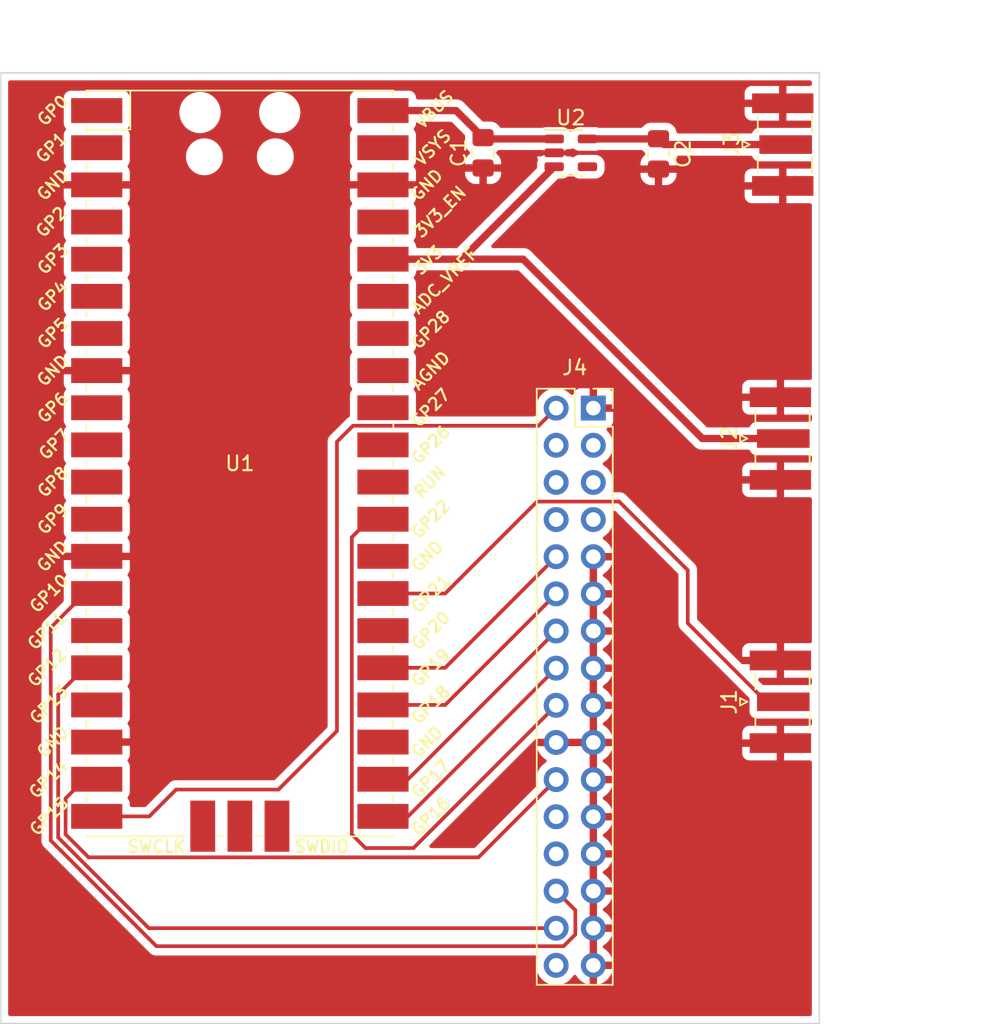
<source format=kicad_pcb>
(kicad_pcb (version 20211014) (generator pcbnew)
  (title_block (title "Pico DDS Sweeper") (date "2023-01-13") (rev "0"))
  (layers (0 "F.Cu" signal) (31 "B.Cu" signal) (34 "B.Paste" user) (35 "F.Paste" user) (36 "B.SilkS" user "B.Silkscreen") (37 "F.SilkS" user "F.Silkscreen") (38 "B.Mask" user) (39 "F.Mask" user) (44 "Edge.Cuts" user))
  (net 0 "")
  (net 12 "Net-(U1-Pad36)")
  (net 13 "Net-(J4-Pad1)")
  (net 14 "Net-(J4-Pad5)")
  (net 15 "Net-(J4-Pad6)")
  (net 16 "Net-(J4-Pad7)")
  (net 17 "Net-(J4-Pad8)")
  (net 19 "Net-(J4-Pad9)")
  (net 27 "Net-(U1-Pad40)")
  (net 31 "Net-(J4-Pad11)")
  (net 32 "Net-(J3-Pad1)")
  (net 36 "Net-(J4-Pad14)")
  (net 40 "Net-(J4-Pad15)")
  (net 42 "Net-(U1-Pad27)")
  (net 45 "GND")
  (footprint "Connector_Coaxial:SMA_Samtec_SMA-J-P-X-ST-EM1_EdgeMount" (layer "F.Cu") (at 85.3375 59 90)
    (fp_text reference "J2" (at 0 -3.5 90) (layer "F.SilkS"))
    (fp_text value "3V3")
    (fp_line (start -0.25 -2.76) (end 0 -2.26) (layer "F.SilkS") (width 0.12))
    (fp_line (start 0.25 -2.76) (end -0.25 -2.76) (layer "F.SilkS") (width 0.12))
    (fp_line (start -1.95 -1.71) (end -0.84 -1.71) (layer "F.SilkS") (width 0.12))
    (fp_line (start 0 -2.26) (end 0.25 -2.76) (layer "F.SilkS") (width 0.12))
    (fp_line (start -1.95 2) (end -0.84 2) (layer "F.SilkS") (width 0.12))
    (fp_line (start 0.84 2) (end 1.95 2) (layer "F.SilkS") (width 0.12))
    (fp_line (start 0.84 -1.71) (end 1.95 -1.71) (layer "F.SilkS") (width 0.12))
    (pad "1" smd rect (at 0 0.2 90) (size 1.27 3.6) (layers "F.Cu" "F.Paste" "F.Mask") (net 12 "Net-(U1-Pad36)"))
    (pad "2" smd rect (at -2.825 0 90) (size 1.35 4.2) (layers "F.Cu" "F.Paste" "F.Mask") (net 45 "GND"))
    (pad "2" smd rect (at 2.825 0 90) (size 1.35 4.2) (layers "F.Cu" "F.Paste" "F.Mask") (net 45 "GND"))
  )
  (footprint "Connector_Coaxial:SMA_Samtec_SMA-J-P-X-ST-EM1_EdgeMount" (layer "F.Cu") (at 85.5 38.9 90)
    (fp_text reference "J3" (at 0 -3.5 90) (layer "F.SilkS"))
    (fp_text value "1V8")
    (fp_line (start 0.84 -1.71) (end 1.95 -1.71) (layer "F.SilkS") (width 0.12))
    (fp_line (start 0.25 -2.76) (end -0.25 -2.76) (layer "F.SilkS") (width 0.12))
    (fp_line (start -1.95 -1.71) (end -0.84 -1.71) (layer "F.SilkS") (width 0.12))
    (fp_line (start -0.25 -2.76) (end 0 -2.26) (layer "F.SilkS") (width 0.12))
    (fp_line (start -1.95 2) (end -0.84 2) (layer "F.SilkS") (width 0.12))
    (fp_line (start 0 -2.26) (end 0.25 -2.76) (layer "F.SilkS") (width 0.12))
    (fp_line (start 0.84 2) (end 1.95 2) (layer "F.SilkS") (width 0.12))
    (pad "1" smd rect (at 0 0.2 90) (size 1.27 3.6) (layers "F.Cu" "F.Paste" "F.Mask") (net 32 "Net-(J3-Pad1)"))
    (pad "2" smd rect (at 2.825 0 90) (size 1.35 4.2) (layers "F.Cu" "F.Paste" "F.Mask") (net 45 "GND"))
    (pad "2" smd rect (at -2.825 0 90) (size 1.35 4.2) (layers "F.Cu" "F.Paste" "F.Mask") (net 45 "GND"))
  )
  (footprint "Package_TO_SOT_SMD:SOT-23-5" (layer "F.Cu") (at 71 39.4625)
    (fp_text reference "U2" (at 0 -2.4) (layer "F.SilkS"))
    (fp_text value "XC6210B332MR")
    (fp_line (start 0 1.56) (end 0.8 1.56) (layer "F.SilkS") (width 0.12))
    (fp_line (start 0 -1.56) (end 0.8 -1.56) (layer "F.SilkS") (width 0.12))
    (fp_line (start 0 1.56) (end -0.8 1.56) (layer "F.SilkS") (width 0.12))
    (fp_line (start 0 -1.56) (end -1.8 -1.56) (layer "F.SilkS") (width 0.12))
    (pad "1" smd roundrect (at -1.1375 -0.95) (size 1.325 0.6) (layers "F.Cu" "F.Paste" "F.Mask") (net 27 "Net-(U1-Pad40)"))
    (pad "2" smd roundrect (at -1.1375 0) (size 1.325 0.6) (layers "F.Cu" "F.Paste" "F.Mask") (net 45 "GND"))
    (pad "3" smd roundrect (at -1.1375 0.95) (size 1.325 0.6) (layers "F.Cu" "F.Paste" "F.Mask") (net 12 "Net-(U1-Pad36)"))
    (pad "4" smd roundrect (at 1.1375 0.95) (size 1.325 0.6) (layers "F.Cu" "F.Paste" "F.Mask"))
    (pad "5" smd roundrect (at 1.1375 -0.95) (size 1.325 0.6) (layers "F.Cu" "F.Paste" "F.Mask") (net 32 "Net-(J3-Pad1)"))
  )
  (footprint "Capacitor_SMD:C_0805_2012Metric_Pad1.18x1.45mm_HandSolder" (layer "F.Cu") (at 65 39.4625 90)
    (fp_text reference "C1" (at 0 -1.68 90) (layer "F.SilkS"))
    (fp_text value "CAP")
    (fp_line (start -0.261252 -0.735) (end 0.261252 -0.735) (layer "F.SilkS") (width 0.12))
    (fp_line (start -0.261252 0.735) (end 0.261252 0.735) (layer "F.SilkS") (width 0.12))
    (pad "1" smd roundrect (at -1.0375 0 90) (size 1.175 1.45) (layers "F.Cu" "F.Paste" "F.Mask") (roundrect_rratio 0.212766) (net 45 "GND"))
    (pad "2" smd roundrect (at 1.0375 0 90) (size 1.175 1.45) (layers "F.Cu" "F.Paste" "F.Mask") (roundrect_rratio 0.212766) (net 27 "Net-(U1-Pad40)"))
  )
  (footprint "Connector_Coaxial:SMA_Samtec_SMA-J-P-X-ST-EM1_EdgeMount" (layer "F.Cu") (at 85.3375 77 90)
    (fp_text reference "J1" (at 0 -3.5 90) (layer "F.SilkS"))
    (fp_text value "REF CLK")
    (fp_line (start 0 -2.26) (end 0.25 -2.76) (layer "F.SilkS") (width 0.12))
    (fp_line (start -0.25 -2.76) (end 0 -2.26) (layer "F.SilkS") (width 0.12))
    (fp_line (start 0.84 -1.71) (end 1.95 -1.71) (layer "F.SilkS") (width 0.12))
    (fp_line (start -1.95 2) (end -0.84 2) (layer "F.SilkS") (width 0.12))
    (fp_line (start 0.84 2) (end 1.95 2) (layer "F.SilkS") (width 0.12))
    (fp_line (start -1.95 -1.71) (end -0.84 -1.71) (layer "F.SilkS") (width 0.12))
    (fp_line (start 0.25 -2.76) (end -0.25 -2.76) (layer "F.SilkS") (width 0.12))
    (pad "1" smd rect (at 0 0.2 90) (size 1.27 3.6) (layers "F.Cu" "F.Paste" "F.Mask") (net 42 "Net-(U1-Pad27)"))
    (pad "2" smd rect (at -2.825 0 90) (size 1.35 4.2) (layers "F.Cu" "F.Paste" "F.Mask") (net 45 "GND"))
    (pad "2" smd rect (at 2.825 0 90) (size 1.35 4.2) (layers "F.Cu" "F.Paste" "F.Mask") (net 45 "GND"))
  )
  (footprint "MCU_RaspberryPi_and_Boards:RPi_Pico_SMD_TH" (layer "F.Cu") (at 48.36 60.705)
    (fp_text reference "U1" (at 0 0) (layer "F.SilkS"))
    (fp_text value "Pico")
    (fp_text user "SWCLK" (at -5.7 26.2) (layer "F.SilkS") (effects (font (size 0.8 0.8))))
    (fp_text user "GP17" (at 13.054 21.59 45) (layer "F.SilkS") (effects (font (size 0.8 0.8))))
    (fp_text user "3V3" (at 12.9 -13.9 45) (layer "F.SilkS") (effects (font (size 0.8 0.8))))
    (fp_text user "SWDIO" (at 5.6 26.2) (layer "F.SilkS") (effects (font (size 0.8 0.8))))
    (fp_text user "GP4" (at -12.8 -11.43 45) (layer "F.SilkS") (effects (font (size 0.8 0.8))))
    (fp_text user "GP16" (at 13.054 24.13 45) (layer "F.SilkS") (effects (font (size 0.8 0.8))))
    (fp_text user "GND" (at -12.8 -19.05 45) (layer "F.SilkS") (effects (font (size 0.8 0.8))))
    (fp_text user "GND" (at 12.8 -19.05 45) (layer "F.SilkS") (effects (font (size 0.8 0.8))))
    (fp_text user "GP12" (at -13.2 13.97 45) (layer "F.SilkS") (effects (font (size 0.8 0.8))))
    (fp_text user "GP26" (at 13.054 -1.27 45) (layer "F.SilkS") (effects (font (size 0.8 0.8))))
    (fp_text user "VSYS" (at 13.2 -21.59 45) (layer "F.SilkS") (effects (font (size 0.8 0.8))))
    (fp_text user "GP18" (at 13.054 16.51 45) (layer "F.SilkS") (effects (font (size 0.8 0.8))))
    (fp_text user "GND" (at -12.8 -6.35 45) (layer "F.SilkS") (effects (font (size 0.8 0.8))))
    (fp_text user "GP10" (at -13.054 8.89 45) (layer "F.SilkS") (effects (font (size 0.8 0.8))))
    (fp_text user "GND" (at 12.8 6.35 45) (layer "F.SilkS") (effects (font (size 0.8 0.8))))
    (fp_text user "ADC_VREF" (at 14 -12.5 45) (layer "F.SilkS") (effects (font (size 0.8 0.8))))
    (fp_text user "GP20" (at 13.054 11.43 45) (layer "F.SilkS") (effects (font (size 0.8 0.8))))
    (fp_text user "GP15" (at -13.054 24.13 45) (layer "F.SilkS") (effects (font (size 0.8 0.8))))
    (fp_text user "GP5" (at -12.8 -8.89 45) (layer "F.SilkS") (effects (font (size 0.8 0.8))))
    (fp_text user "GP8" (at -12.8 1.27 45) (layer "F.SilkS") (effects (font (size 0.8 0.8))))
    (fp_text user "GND" (at 12.8 19.05 45) (layer "F.SilkS") (effects (font (size 0.8 0.8))))
    (fp_text user "GP1" (at -12.9 -21.6 45) (layer "F.SilkS") (effects (font (size 0.8 0.8))))
    (fp_text user "GP2" (at -12.9 -16.51 45) (layer "F.SilkS") (effects (font (size 0.8 0.8))))
    (fp_text user "3V3_EN" (at 13.7 -17.2 45) (layer "F.SilkS") (effects (font (size 0.8 0.8))))
    (fp_text user "GP27" (at 13.054 -3.8 45) (layer "F.SilkS") (effects (font (size 0.8 0.8))))
    (fp_text user "GP14" (at -13.1 21.59 45) (layer "F.SilkS") (effects (font (size 0.8 0.8))))
    (fp_text user "GND" (at -12.8 19.05 45) (layer "F.SilkS") (effects (font (size 0.8 0.8))))
    (fp_text user "GP11" (at -13.2 11.43 45) (layer "F.SilkS") (effects (font (size 0.8 0.8))))
    (fp_text user "GP3" (at -12.8 -13.97 45) (layer "F.SilkS") (effects (font (size 0.8 0.8))))
    (fp_text user "RUN" (at 13 1.27 45) (layer "F.SilkS") (effects (font (size 0.8 0.8))))
    (fp_text user "GP21" (at 13.054 8.9 45) (layer "F.SilkS") (effects (font (size 0.8 0.8))))
    (fp_text user "GP6" (at -12.8 -3.81 45) (layer "F.SilkS") (effects (font (size 0.8 0.8))))
    (fp_text user "GP13" (at -13.054 16.51 45) (layer "F.SilkS") (effects (font (size 0.8 0.8))))
    (fp_text user "GP19" (at 13.054 13.97 45) (layer "F.SilkS") (effects (font (size 0.8 0.8))))
    (fp_text user "GND" (at -12.8 6.35 45) (layer "F.SilkS") (effects (font (size 0.8 0.8))))
    (fp_text user "VBUS" (at 13.3 -24.2 45) (layer "F.SilkS") (effects (font (size 0.8 0.8))))
    (fp_text user "GP0" (at -12.8 -24.13 45) (layer "F.SilkS") (effects (font (size 0.8 0.8))))
    (fp_text user "GP28" (at 13.054 -9.144 45) (layer "F.SilkS") (effects (font (size 0.8 0.8))))
    (fp_text user "AGND" (at 13.054 -6.35 45) (layer "F.SilkS") (effects (font (size 0.8 0.8))))
    (fp_text user "GP9" (at -12.8 3.81 45) (layer "F.SilkS") (effects (font (size 0.8 0.8))))
    (fp_text user "GP22" (at 13.054 3.81 45) (layer "F.SilkS") (effects (font (size 0.8 0.8))))
    (fp_text user "GP7" (at -12.7 -1.3 45) (layer "F.SilkS") (effects (font (size 0.8 0.8))))
    (fp_line (start -10.5 15.1) (end -10.5 15.5) (layer "F.SilkS") (width 0.12))
    (fp_line (start -10.5 -18) (end -10.5 -17.6) (layer "F.SilkS") (width 0.12))
    (fp_line (start -10.5 22.7) (end -10.5 23.1) (layer "F.SilkS") (width 0.12))
    (fp_line (start 10.5 -5.3) (end 10.5 -4.9) (layer "F.SilkS") (width 0.12))
    (fp_line (start 10.5 22.7) (end 10.5 23.1) (layer "F.SilkS") (width 0.12))
    (fp_line (start 10.5 -12.9) (end 10.5 -12.5) (layer "F.SilkS") (width 0.12))
    (fp_line (start -10.5 -15.4) (end -10.5 -15) (layer "F.SilkS") (width 0.12))
    (fp_line (start -10.5 -20.5) (end -10.5 -20.1) (layer "F.SilkS") (width 0.12))
    (fp_line (start -10.5 10) (end -10.5 10.4) (layer "F.SilkS") (width 0.12))
    (fp_line (start 10.5 10) (end 10.5 10.4) (layer "F.SilkS") (width 0.12))
    (fp_line (start 10.5 25.5) (end 3.7 25.5) (layer "F.SilkS") (width 0.12))
    (fp_line (start -1.5 25.5) (end -1.1 25.5) (layer "F.SilkS") (width 0.12))
    (fp_line (start 1.1 25.5) (end 1.5 25.5) (layer "F.SilkS") (width 0.12))
    (fp_line (start -10.5 17.6) (end -10.5 18) (layer "F.SilkS") (width 0.12))
    (fp_line (start -10.5 -25.5) (end -10.5 -25.2) (layer "F.SilkS") (width 0.12))
    (fp_line (start 10.5 -0.2) (end 10.5 0.2) (layer "F.SilkS") (width 0.12))
    (fp_line (start -10.5 -23.1) (end -10.5 -22.7) (layer "F.SilkS") (width 0.12))
    (fp_line (start -10.5 -2.7) (end -10.5 -2.3) (layer "F.SilkS") (width 0.12))
    (fp_line (start -10.5 -0.2) (end -10.5 0.2) (layer "F.SilkS") (width 0.12))
    (fp_line (start 10.5 -7.8) (end 10.5 -7.4) (layer "F.SilkS") (width 0.12))
    (fp_line (start 10.5 20.1) (end 10.5 20.5) (layer "F.SilkS") (width 0.12))
    (fp_line (start -10.5 7.4) (end -10.5 7.8) (layer "F.SilkS") (width 0.12))
    (fp_line (start 10.5 4.9) (end 10.5 5.3) (layer "F.SilkS") (width 0.12))
    (fp_line (start 10.5 12.5) (end 10.5 12.9) (layer "F.SilkS") (width 0.12))
    (fp_line (start -3.7 25.5) (end -10.5 25.5) (layer "F.SilkS") (width 0.12))
    (fp_line (start 10.5 -25.5) (end 10.5 -25.2) (layer "F.SilkS") (width 0.12))
    (fp_line (start 10.5 2.3) (end 10.5 2.7) (layer "F.SilkS") (width 0.12))
    (fp_line (start 10.5 -23.1) (end 10.5 -22.7) (layer "F.SilkS") (width 0.12))
    (fp_line (start 10.5 17.6) (end 10.5 18) (layer "F.SilkS") (width 0.12))
    (fp_line (start 10.5 -20.5) (end 10.5 -20.1) (layer "F.SilkS") (width 0.12))
    (fp_line (start -10.5 -25.5) (end 10.5 -25.5) (layer "F.SilkS") (width 0.12))
    (fp_line (start -10.5 -12.9) (end -10.5 -12.5) (layer "F.SilkS") (width 0.12))
    (fp_line (start -10.5 -5.3) (end -10.5 -4.9) (layer "F.SilkS") (width 0.12))
    (fp_line (start -10.5 -22.833) (end -7.493 -22.833) (layer "F.SilkS") (width 0.12))
    (fp_line (start -10.5 12.5) (end -10.5 12.9) (layer "F.SilkS") (width 0.12))
    (fp_line (start -10.5 -10.4) (end -10.5 -10) (layer "F.SilkS") (width 0.12))
    (fp_line (start -7.493 -22.833) (end -7.493 -25.5) (layer "F.SilkS") (width 0.12))
    (fp_line (start 10.5 15.1) (end 10.5 15.5) (layer "F.SilkS") (width 0.12))
    (fp_line (start 10.5 -2.7) (end 10.5 -2.3) (layer "F.SilkS") (width 0.12))
    (fp_line (start 10.5 -18) (end 10.5 -17.6) (layer "F.SilkS") (width 0.12))
    (fp_line (start 10.5 -15.4) (end 10.5 -15) (layer "F.SilkS") (width 0.12))
    (fp_line (start -10.5 4.9) (end -10.5 5.3) (layer "F.SilkS") (width 0.12))
    (fp_line (start 10.5 7.4) (end 10.5 7.8) (layer "F.SilkS") (width 0.12))
    (fp_line (start -10.5 20.1) (end -10.5 20.5) (layer "F.SilkS") (width 0.12))
    (fp_line (start 10.5 -10.4) (end 10.5 -10) (layer "F.SilkS") (width 0.12))
    (fp_line (start -10.5 2.3) (end -10.5 2.7) (layer "F.SilkS") (width 0.12))
    (fp_line (start -10.5 -7.8) (end -10.5 -7.4) (layer "F.SilkS") (width 0.12))
    (pad "" np_thru_hole oval (at 2.425 -20.97) (size 1.5 1.5) (drill 1.5) (layers *.Cu *.Mask))
    (pad "" np_thru_hole oval (at -2.725 -24) (size 1.8 1.8) (drill 1.8) (layers *.Cu *.Mask))
    (pad "" np_thru_hole oval (at -2.425 -20.97) (size 1.5 1.5) (drill 1.5) (layers *.Cu *.Mask))
    (pad "" np_thru_hole oval (at 2.725 -24) (size 1.8 1.8) (drill 1.8) (layers *.Cu *.Mask))
    (pad "1" smd rect (at -8.89 -24.13) (size 3.5 1.7) (drill (offset -0.9 0)) (layers "F.Cu" "F.Mask"))
    (pad "2" smd rect (at -8.89 -21.59) (size 3.5 1.7) (drill (offset -0.9 0)) (layers "F.Cu" "F.Mask"))
    (pad "3" smd rect (at -8.89 -19.05) (size 3.5 1.7) (drill (offset -0.9 0)) (layers "F.Cu" "F.Mask") (net 45 "GND"))
    (pad "4" smd rect (at -8.89 -16.51) (size 3.5 1.7) (drill (offset -0.9 0)) (layers "F.Cu" "F.Mask"))
    (pad "5" smd rect (at -8.89 -13.97) (size 3.5 1.7) (drill (offset -0.9 0)) (layers "F.Cu" "F.Mask"))
    (pad "6" smd rect (at -8.89 -11.43) (size 3.5 1.7) (drill (offset -0.9 0)) (layers "F.Cu" "F.Mask"))
    (pad "7" smd rect (at -8.89 -8.89) (size 3.5 1.7) (drill (offset -0.9 0)) (layers "F.Cu" "F.Mask"))
    (pad "8" smd rect (at -8.89 -6.35) (size 3.5 1.7) (drill (offset -0.9 0)) (layers "F.Cu" "F.Mask") (net 45 "GND"))
    (pad "9" smd rect (at -8.89 -3.81) (size 3.5 1.7) (drill (offset -0.9 0)) (layers "F.Cu" "F.Mask"))
    (pad "10" smd rect (at -8.89 -1.27) (size 3.5 1.7) (drill (offset -0.9 0)) (layers "F.Cu" "F.Mask"))
    (pad "11" smd rect (at -8.89 1.27) (size 3.5 1.7) (drill (offset -0.9 0)) (layers "F.Cu" "F.Mask"))
    (pad "12" smd rect (at -8.89 3.81) (size 3.5 1.7) (drill (offset -0.9 0)) (layers "F.Cu" "F.Mask"))
    (pad "13" smd rect (at -8.89 6.35) (size 3.5 1.7) (drill (offset -0.9 0)) (layers "F.Cu" "F.Mask") (net 45 "GND"))
    (pad "14" smd rect (at -8.89 8.89) (size 3.5 1.7) (drill (offset -0.9 0)) (layers "F.Cu" "F.Mask") (net 36 "Net-(J4-Pad14)"))
    (pad "15" smd rect (at -8.89 11.43) (size 3.5 1.7) (drill (offset -0.9 0)) (layers "F.Cu" "F.Mask"))
    (pad "16" smd rect (at -8.89 13.97) (size 3.5 1.7) (drill (offset -0.9 0)) (layers "F.Cu" "F.Mask") (net 40 "Net-(J4-Pad15)"))
    (pad "17" smd rect (at -8.89 16.51) (size 3.5 1.7) (drill (offset -0.9 0)) (layers "F.Cu" "F.Mask"))
    (pad "18" smd rect (at -8.89 19.05) (size 3.5 1.7) (drill (offset -0.9 0)) (layers "F.Cu" "F.Mask") (net 45 "GND"))
    (pad "19" smd rect (at -8.89 21.59) (size 3.5 1.7) (drill (offset -0.9 0)) (layers "F.Cu" "F.Mask") (net 31 "Net-(J4-Pad11)"))
    (pad "20" smd rect (at -8.89 24.13) (size 3.5 1.7) (drill (offset -0.9 0)) (layers "F.Cu" "F.Mask") (net 13 "Net-(J4-Pad1)"))
    (pad "21" smd rect (at 8.89 24.13) (size 3.5 1.7) (drill (offset 0.9 0)) (layers "F.Cu" "F.Mask") (net 17 "Net-(J4-Pad8)"))
    (pad "22" smd rect (at 8.89 21.59) (size 3.5 1.7) (drill (offset 0.9 0)) (layers "F.Cu" "F.Mask") (net 16 "Net-(J4-Pad7)"))
    (pad "23" smd rect (at 8.89 19.05) (size 3.5 1.7) (drill (offset 0.9 0)) (layers "F.Cu" "F.Mask"))
    (pad "24" smd rect (at 8.89 16.51) (size 3.5 1.7) (drill (offset 0.9 0)) (layers "F.Cu" "F.Mask") (net 15 "Net-(J4-Pad6)"))
    (pad "25" smd rect (at 8.89 13.97) (size 3.5 1.7) (drill (offset 0.9 0)) (layers "F.Cu" "F.Mask") (net 14 "Net-(J4-Pad5)"))
    (pad "26" smd rect (at 8.89 11.43) (size 3.5 1.7) (drill (offset 0.9 0)) (layers "F.Cu" "F.Mask"))
    (pad "27" smd rect (at 8.89 8.89) (size 3.5 1.7) (drill (offset 0.9 0)) (layers "F.Cu" "F.Mask") (net 42 "Net-(U1-Pad27)"))
    (pad "28" smd rect (at 8.89 6.35) (size 3.5 1.7) (drill (offset 0.9 0)) (layers "F.Cu" "F.Mask"))
    (pad "29" smd rect (at 8.89 3.81) (size 3.5 1.7) (drill (offset 0.9 0)) (layers "F.Cu" "F.Mask") (net 19 "Net-(J4-Pad9)"))
    (pad "30" smd rect (at 8.89 1.27) (size 3.5 1.7) (drill (offset 0.9 0)) (layers "F.Cu" "F.Mask"))
    (pad "31" smd rect (at 8.89 -1.27) (size 3.5 1.7) (drill (offset 0.9 0)) (layers "F.Cu" "F.Mask"))
    (pad "32" smd rect (at 8.89 -3.81) (size 3.5 1.7) (drill (offset 0.9 0)) (layers "F.Cu" "F.Mask"))
    (pad "33" smd rect (at 8.89 -6.35) (size 3.5 1.7) (drill (offset 0.9 0)) (layers "F.Cu" "F.Mask"))
    (pad "34" smd rect (at 8.89 -8.89) (size 3.5 1.7) (drill (offset 0.9 0)) (layers "F.Cu" "F.Mask"))
    (pad "35" smd rect (at 8.89 -11.43) (size 3.5 1.7) (drill (offset 0.9 0)) (layers "F.Cu" "F.Mask"))
    (pad "36" smd rect (at 8.89 -13.97) (size 3.5 1.7) (drill (offset 0.9 0)) (layers "F.Cu" "F.Mask") (net 12 "Net-(U1-Pad36)"))
    (pad "37" smd rect (at 8.89 -16.51) (size 3.5 1.7) (drill (offset 0.9 0)) (layers "F.Cu" "F.Mask"))
    (pad "38" smd rect (at 8.89 -19.05) (size 3.5 1.7) (drill (offset 0.9 0)) (layers "F.Cu" "F.Mask") (net 45 "GND"))
    (pad "39" smd rect (at 8.89 -21.59) (size 3.5 1.7) (drill (offset 0.9 0)) (layers "F.Cu" "F.Mask"))
    (pad "40" smd rect (at 8.89 -24.13) (size 3.5 1.7) (drill (offset 0.9 0)) (layers "F.Cu" "F.Mask") (net 27 "Net-(U1-Pad40)"))
    (pad "41" smd rect (at -2.54 23.9 90) (size 3.5 1.7) (drill (offset -0.9 0)) (layers "F.Cu" "F.Mask"))
    (pad "42" smd rect (at 0 23.9 90) (size 3.5 1.7) (drill (offset -0.9 0)) (layers "F.Cu" "F.Mask"))
    (pad "43" smd rect (at 2.54 23.9 90) (size 3.5 1.7) (drill (offset -0.9 0)) (layers "F.Cu" "F.Mask"))
  )
  (footprint "Connector_PinSocket_2.54mm:PinSocket_2x16_P2.54mm_Vertical" (layer "F.Cu") (at 72.54 56.92)
    (fp_text reference "J4" (at -1.27 -2.77) (layer "F.SilkS"))
    (fp_text value "U2 Headers")
    (fp_line (start 0 -1.33) (end 1.33 -1.33) (layer "F.SilkS") (width 0.12))
    (fp_line (start -1.27 1.27) (end 1.33 1.27) (layer "F.SilkS") (width 0.12))
    (fp_line (start -3.87 -1.33) (end -1.27 -1.33) (layer "F.SilkS") (width 0.12))
    (fp_line (start 1.33 1.27) (end 1.33 39.43) (layer "F.SilkS") (width 0.12))
    (fp_line (start -3.87 -1.33) (end -3.87 39.43) (layer "F.SilkS") (width 0.12))
    (fp_line (start -3.87 39.43) (end 1.33 39.43) (layer "F.SilkS") (width 0.12))
    (fp_line (start -1.27 -1.33) (end -1.27 1.27) (layer "F.SilkS") (width 0.12))
    (fp_line (start 1.33 -1.33) (end 1.33 0) (layer "F.SilkS") (width 0.12))
    (pad "1" thru_hole oval (at -2.54 0) (size 1.7 1.7) (drill 1) (layers *.Cu *.Mask) (net 13 "Net-(J4-Pad1)"))
    (pad "2" thru_hole oval (at -2.54 2.54) (size 1.7 1.7) (drill 1) (layers *.Cu *.Mask))
    (pad "3" thru_hole oval (at -2.54 5.08) (size 1.7 1.7) (drill 1) (layers *.Cu *.Mask))
    (pad "4" thru_hole oval (at -2.54 7.62) (size 1.7 1.7) (drill 1) (layers *.Cu *.Mask))
    (pad "5" thru_hole oval (at -2.54 10.16) (size 1.7 1.7) (drill 1) (layers *.Cu *.Mask) (net 14 "Net-(J4-Pad5)"))
    (pad "6" thru_hole oval (at -2.54 12.7) (size 1.7 1.7) (drill 1) (layers *.Cu *.Mask) (net 15 "Net-(J4-Pad6)"))
    (pad "7" thru_hole oval (at -2.54 15.24) (size 1.7 1.7) (drill 1) (layers *.Cu *.Mask) (net 16 "Net-(J4-Pad7)"))
    (pad "8" thru_hole oval (at -2.54 17.78) (size 1.7 1.7) (drill 1) (layers *.Cu *.Mask) (net 17 "Net-(J4-Pad8)"))
    (pad "9" thru_hole oval (at -2.54 20.32) (size 1.7 1.7) (drill 1) (layers *.Cu *.Mask) (net 19 "Net-(J4-Pad9)"))
    (pad "10" thru_hole oval (at -2.54 22.86) (size 1.7 1.7) (drill 1) (layers *.Cu *.Mask) (net 45 "GND"))
    (pad "11" thru_hole oval (at -2.54 25.4) (size 1.7 1.7) (drill 1) (layers *.Cu *.Mask) (net 31 "Net-(J4-Pad11)"))
    (pad "12" thru_hole oval (at -2.54 27.94) (size 1.7 1.7) (drill 1) (layers *.Cu *.Mask))
    (pad "13" thru_hole oval (at -2.54 30.48) (size 1.7 1.7) (drill 1) (layers *.Cu *.Mask))
    (pad "14" thru_hole oval (at -2.54 33.02) (size 1.7 1.7) (drill 1) (layers *.Cu *.Mask) (net 36 "Net-(J4-Pad14)"))
    (pad "15" thru_hole oval (at -2.54 35.56) (size 1.7 1.7) (drill 1) (layers *.Cu *.Mask) (net 40 "Net-(J4-Pad15)"))
    (pad "16" thru_hole oval (at -2.54 38.1) (size 1.7 1.7) (drill 1) (layers *.Cu *.Mask))
    (pad "17" thru_hole oval (at 0 38.1) (size 1.7 1.7) (drill 1) (layers *.Cu *.Mask) (net 45 "GND"))
    (pad "18" thru_hole oval (at 0 35.56) (size 1.7 1.7) (drill 1) (layers *.Cu *.Mask) (net 45 "GND"))
    (pad "19" thru_hole oval (at 0 33.02) (size 1.7 1.7) (drill 1) (layers *.Cu *.Mask) (net 45 "GND"))
    (pad "20" thru_hole oval (at 0 30.48) (size 1.7 1.7) (drill 1) (layers *.Cu *.Mask) (net 45 "GND"))
    (pad "21" thru_hole oval (at 0 27.94) (size 1.7 1.7) (drill 1) (layers *.Cu *.Mask) (net 45 "GND"))
    (pad "22" thru_hole oval (at 0 25.4) (size 1.7 1.7) (drill 1) (layers *.Cu *.Mask) (net 45 "GND"))
    (pad "23" thru_hole oval (at 0 22.86) (size 1.7 1.7) (drill 1) (layers *.Cu *.Mask) (net 45 "GND"))
    (pad "24" thru_hole oval (at 0 20.32) (size 1.7 1.7) (drill 1) (layers *.Cu *.Mask) (net 45 "GND"))
    (pad "25" thru_hole oval (at 0 17.78) (size 1.7 1.7) (drill 1) (layers *.Cu *.Mask) (net 45 "GND"))
    (pad "26" thru_hole oval (at 0 15.24) (size 1.7 1.7) (drill 1) (layers *.Cu *.Mask) (net 45 "GND"))
    (pad "27" thru_hole oval (at 0 12.7) (size 1.7 1.7) (drill 1) (layers *.Cu *.Mask) (net 45 "GND"))
    (pad "28" thru_hole oval (at 0 10.16) (size 1.7 1.7) (drill 1) (layers *.Cu *.Mask) (net 45 "GND"))
    (pad "29" thru_hole oval (at 0 7.62) (size 1.7 1.7) (drill 1) (layers *.Cu *.Mask))
    (pad "30" thru_hole oval (at 0 5.08) (size 1.7 1.7) (drill 1) (layers *.Cu *.Mask))
    (pad "31" thru_hole oval (at 0 2.54) (size 1.7 1.7) (drill 1) (layers *.Cu *.Mask))
    (pad "32" thru_hole rect (at 0 0) (size 1.7 1.7) (drill 1) (layers *.Cu *.Mask) (net 45 "GND"))
  )
  (footprint "Capacitor_SMD:C_0805_2012Metric_Pad1.18x1.45mm_HandSolder" (layer "F.Cu") (at 77 39.5375 -90)
    (fp_text reference "C2" (at 0 -1.68 90) (layer "F.SilkS"))
    (fp_text value "CAP")
    (fp_line (start -0.261252 0.735) (end 0.261252 0.735) (layer "F.SilkS") (width 0.12))
    (fp_line (start -0.261252 -0.735) (end 0.261252 -0.735) (layer "F.SilkS") (width 0.12))
    (pad "1" smd roundrect (at -1.0375 0 270) (size 1.175 1.45) (layers "F.Cu" "F.Paste" "F.Mask") (roundrect_rratio 0.212766) (net 32 "Net-(J3-Pad1)"))
    (pad "2" smd roundrect (at 1.0375 0 270) (size 1.175 1.45) (layers "F.Cu" "F.Paste" "F.Mask") (roundrect_rratio 0.212766) (net 45 "GND"))
  )
  (gr_rect (start 32 34) (end 88 99) (layer "Edge.Cuts") (width 0.1) (fill none))
  (segment (start 67.735 46.735) (end 80 59) (width 0.5) (layer "F.Cu") (net 12))
  (segment (start 57.25 46.735) (end 67.735 46.735) (width 0.5) (layer "F.Cu") (net 12))
  (segment (start 80 59) (end 85.5375 59) (width 0.5) (layer "F.Cu") (net 12))
  (segment (start 63.54 46.735) (end 69.8625 40.4125) (width 0.5) (layer "F.Cu") (net 12))
  (segment (start 57.25 46.735) (end 63.54 46.735) (width 0.5) (layer "F.Cu") (net 12))
  (segment (start 56.097 58.126) (end 55 59.223) (width 0.254) (layer "F.Cu") (net 13))
  (segment (start 42.165 84.835) (end 44 83) (width 0.254) (layer "F.Cu") (net 13))
  (segment (start 55 79) (end 51 83) (width 0.254) (layer "F.Cu") (net 13))
  (segment (start 68.794 58.126) (end 70 56.92) (width 0.254) (layer "F.Cu") (net 13))
  (segment (start 51 83) (end 44 83) (width 0.254) (layer "F.Cu") (net 13))
  (segment (start 55 59.223) (end 55 79) (width 0.254) (layer "F.Cu") (net 13))
  (segment (start 39.47 84.835) (end 42.165 84.835) (width 0.254) (layer "F.Cu") (net 13))
  (segment (start 56.097 58.126) (end 68.794 58.126) (width 0.254) (layer "F.Cu") (net 13))
  (segment (start 57.25 74.675) (end 62.405 74.675) (width 0.254) (layer "F.Cu") (net 14))
  (segment (start 62.405 74.675) (end 70 67.08) (width 0.254) (layer "F.Cu") (net 14))
  (segment (start 62.405 77.215) (end 70 69.62) (width 0.254) (layer "F.Cu") (net 15))
  (segment (start 57.25 77.215) (end 62.405 77.215) (width 0.254) (layer "F.Cu") (net 15))
  (segment (start 59.865 82.295) (end 70 72.16) (width 0.254) (layer "F.Cu") (net 16))
  (segment (start 57.25 82.295) (end 59.865 82.295) (width 0.254) (layer "F.Cu") (net 16))
  (segment (start 59.865 84.835) (end 70 74.7) (width 0.254) (layer "F.Cu") (net 17))
  (segment (start 57.25 84.835) (end 59.865 84.835) (width 0.254) (layer "F.Cu") (net 17))
  (segment (start 57.25 64.515) (end 56.019 65.746) (width 0.254) (layer "F.Cu") (net 19))
  (segment (start 56.953 87) (end 60.24 87) (width 0.254) (layer "F.Cu") (net 19))
  (segment (start 56.019 65.746) (end 56.019 86.066) (width 0.254) (layer "F.Cu") (net 19))
  (segment (start 56.019 86.066) (end 56.953 87) (width 0.254) (layer "F.Cu") (net 19))
  (segment (start 60.24 87) (end 70 77.24) (width 0.254) (layer "F.Cu") (net 19))
  (segment (start 57.25 36.575) (end 63.15 36.575) (width 0.5) (layer "F.Cu") (net 27))
  (segment (start 69.8625 38.5125) (end 65.0875 38.5125) (width 0.5) (layer "F.Cu") (net 27))
  (segment (start 65.0875 38.5125) (end 65 38.425) (width 0.5) (layer "F.Cu") (net 27))
  (segment (start 63.15 36.575) (end 65 38.425) (width 0.5) (layer "F.Cu") (net 27))
  (segment (start 39.47 82.295) (end 37.748 82.295) (width 0.254) (layer "F.Cu") (net 31))
  (segment (start 36.439 83.604) (end 36.439 86.066) (width 0.254) (layer "F.Cu") (net 31))
  (segment (start 64.684 87.636) (end 70 82.32) (width 0.254) (layer "F.Cu") (net 31))
  (segment (start 38.009 87.636) (end 64.684 87.636) (width 0.254) (layer "F.Cu") (net 31))
  (segment (start 36.439 86.066) (end 38.009 87.636) (width 0.254) (layer "F.Cu") (net 31))
  (segment (start 37.748 82.295) (end 36.439 83.604) (width 0.254) (layer "F.Cu") (net 31))
  (segment (start 76.9875 38.5125) (end 77 38.5) (width 0.5) (layer "F.Cu") (net 32))
  (segment (start 77.4 38.9) (end 77 38.5) (width 0.5) (layer "F.Cu") (net 32))
  (segment (start 85.7 38.9) (end 77.4 38.9) (width 0.5) (layer "F.Cu") (net 32))
  (segment (start 72.1375 38.5125) (end 76.9875 38.5125) (width 0.5) (layer "F.Cu") (net 32))
  (segment (start 42.64716 93.711) (end 70.509897 93.711) (width 0.254) (layer "F.Cu") (net 36))
  (segment (start 71.309 91.249) (end 70 89.94) (width 0.254) (layer "F.Cu") (net 36))
  (segment (start 35.423002 86.486842) (end 42.64716 93.711) (width 0.254) (layer "F.Cu") (net 36))
  (segment (start 39.47 69.595) (end 37.748 69.595) (width 0.254) (layer "F.Cu") (net 36))
  (segment (start 71.309 92.911897) (end 71.309 91.249) (width 0.254) (layer "F.Cu") (net 36))
  (segment (start 70.509897 93.711) (end 71.309 92.911897) (width 0.254) (layer "F.Cu") (net 36))
  (segment (start 35.423 71.92) (end 35.423002 86.486842) (width 0.254) (layer "F.Cu") (net 36))
  (segment (start 37.748 69.595) (end 35.423 71.92) (width 0.254) (layer "F.Cu") (net 36))
  (segment (start 35.931 76.492) (end 35.931001 86.276421) (width 0.254) (layer "F.Cu") (net 40))
  (segment (start 39.47 74.675) (end 37.748 74.675) (width 0.254) (layer "F.Cu") (net 40))
  (segment (start 35.931001 86.276421) (end 42.13458 92.48) (width 0.254) (layer "F.Cu") (net 40))
  (segment (start 37.748 74.675) (end 35.931 76.492) (width 0.254) (layer "F.Cu") (net 40))
  (segment (start 42.13458 92.48) (end 70 92.48) (width 0.254) (layer "F.Cu") (net 40))
  (segment (start 68.691 63.309) (end 74.309 63.309) (width 0.254) (layer "F.Cu") (net 42))
  (segment (start 57.25 69.595) (end 62.405 69.595) (width 0.254) (layer "F.Cu") (net 42))
  (segment (start 84.3725 77) (end 85.5375 77) (width 0.254) (layer "F.Cu") (net 42))
  (segment (start 79 71.6275) (end 84.3725 77) (width 0.254) (layer "F.Cu") (net 42))
  (segment (start 74.309 63.309) (end 79 68) (width 0.254) (layer "F.Cu") (net 42))
  (segment (start 62.405 69.595) (end 68.691 63.309) (width 0.254) (layer "F.Cu") (net 42))
  (segment (start 79 68) (end 79 71.6275) (width 0.254) (layer "F.Cu") (net 42))
  (zone (net 45) (net_name "GND") (layer "F.Cu") (connect_pads (clearance 0.508)) (min_thickness 0.254) (fill yes (thermal_gap 0.508) (thermal_bridge_width 0.508))
    (polygon (pts (xy 88 99) (xy 32 99) (xy 32 34) (xy 88 34)))
  )
)
</source>
